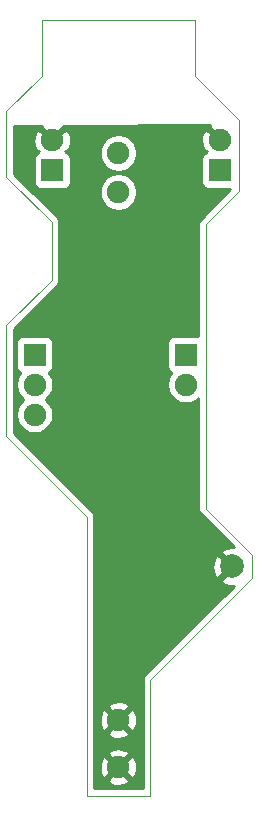
<source format=gbr>
%TF.GenerationSoftware,KiCad,Pcbnew,(5.0.0-rc3-dev)*%
%TF.CreationDate,2019-02-19T23:04:41+00:00*%
%TF.ProjectId,battery_breakout,626174746572795F627265616B6F7574,rev?*%
%TF.SameCoordinates,Original*%
%TF.FileFunction,Copper,L2,Bot,Signal*%
%TF.FilePolarity,Positive*%
%FSLAX46Y46*%
G04 Gerber Fmt 4.6, Leading zero omitted, Abs format (unit mm)*
G04 Created by KiCad (PCBNEW (5.0.0-rc3-dev)) date 02/19/19 23:04:41*
%MOMM*%
%LPD*%
G01*
G04 APERTURE LIST*
%ADD10C,0.010000*%
%ADD11C,1.900000*%
%ADD12R,1.900000X1.900000*%
%ADD13C,2.000000*%
%ADD14C,0.254000*%
G04 APERTURE END LIST*
D10*
X156600000Y-130100000D02*
X160500000Y-134000000D01*
X160500000Y-134000000D02*
X160500000Y-136000000D01*
X139700000Y-96450000D02*
X139700000Y-102000000D01*
X143550000Y-110750000D02*
X143550000Y-105850000D01*
X139700000Y-114600000D02*
X143550000Y-110750000D01*
X139700000Y-102000000D02*
X143550000Y-105850000D01*
X151900000Y-154400000D02*
X151900000Y-144600000D01*
X160500000Y-136000000D02*
X151900000Y-144600000D01*
X146500000Y-130800000D02*
X139700000Y-124000000D01*
X146500000Y-154400000D02*
X146500000Y-130800000D01*
X151900000Y-154400000D02*
X146500000Y-154400000D01*
X156600000Y-130100000D02*
X156600000Y-106050000D01*
X156600000Y-106050000D02*
X159450000Y-103200000D01*
X159450000Y-103200000D02*
X159450000Y-97200000D01*
X139700000Y-114600000D02*
X139700000Y-124000000D01*
X155700000Y-88700000D02*
X155700000Y-93450000D01*
X159450000Y-97200000D02*
X155700000Y-93450000D01*
X142700000Y-93450000D02*
X142700000Y-88700000D01*
X139700000Y-96450000D02*
X142700000Y-93450000D01*
X155700000Y-88700000D02*
X142700000Y-88700000D01*
D11*
X149200000Y-100000000D03*
X149200000Y-152000000D03*
X149200000Y-148000000D03*
X149200000Y-103300000D03*
D12*
X154900000Y-117060000D03*
D11*
X154900000Y-119600000D03*
X142100000Y-122140000D03*
X142100000Y-119600000D03*
D12*
X142100000Y-117060000D03*
D11*
X157800000Y-98930000D03*
D12*
X157800000Y-101470000D03*
X143600000Y-101470000D03*
D11*
X143600000Y-98930000D03*
D13*
X158800000Y-135000000D03*
D14*
G36*
X156879853Y-97830248D02*
X157800000Y-98750395D01*
X157814143Y-98736253D01*
X157993748Y-98915858D01*
X157979605Y-98930000D01*
X157993748Y-98944143D01*
X157814143Y-99123748D01*
X157800000Y-99109605D01*
X157785858Y-99123748D01*
X157606253Y-98944143D01*
X157620395Y-98930000D01*
X156700248Y-98009853D01*
X156440958Y-98099579D01*
X156305065Y-98380671D01*
X156226621Y-98682873D01*
X156208641Y-98994573D01*
X156251816Y-99303791D01*
X156354487Y-99598644D01*
X156440958Y-99760421D01*
X156700246Y-99850146D01*
X156626022Y-99924370D01*
X156605820Y-99930498D01*
X156495506Y-99989463D01*
X156398815Y-100068815D01*
X156319463Y-100165506D01*
X156260498Y-100275820D01*
X156224188Y-100395518D01*
X156211928Y-100520000D01*
X156211928Y-102420000D01*
X156224188Y-102544482D01*
X156260498Y-102664180D01*
X156319463Y-102774494D01*
X156398815Y-102871185D01*
X156495506Y-102950537D01*
X156605820Y-103009502D01*
X156725518Y-103045812D01*
X156850000Y-103058072D01*
X158686832Y-103058072D01*
X156169682Y-105575222D01*
X156145263Y-105595262D01*
X156065286Y-105692715D01*
X156005858Y-105803898D01*
X155969261Y-105924539D01*
X155956904Y-106050000D01*
X155960001Y-106081444D01*
X155960001Y-115482762D01*
X155850000Y-115471928D01*
X153950000Y-115471928D01*
X153825518Y-115484188D01*
X153705820Y-115520498D01*
X153595506Y-115579463D01*
X153498815Y-115658815D01*
X153419463Y-115755506D01*
X153360498Y-115865820D01*
X153324188Y-115985518D01*
X153311928Y-116110000D01*
X153311928Y-118010000D01*
X153324188Y-118134482D01*
X153360498Y-118254180D01*
X153419463Y-118364494D01*
X153498815Y-118461185D01*
X153595506Y-118540537D01*
X153675289Y-118583182D01*
X153668850Y-118589621D01*
X153495391Y-118849221D01*
X153375911Y-119137673D01*
X153315000Y-119443891D01*
X153315000Y-119756109D01*
X153375911Y-120062327D01*
X153495391Y-120350779D01*
X153668850Y-120610379D01*
X153889621Y-120831150D01*
X154149221Y-121004609D01*
X154437673Y-121124089D01*
X154743891Y-121185000D01*
X155056109Y-121185000D01*
X155362327Y-121124089D01*
X155650779Y-121004609D01*
X155910379Y-120831150D01*
X155960000Y-120781529D01*
X155960000Y-130068566D01*
X155956904Y-130100000D01*
X155960000Y-130131433D01*
X155969261Y-130225461D01*
X156005857Y-130346101D01*
X156065285Y-130457284D01*
X156145262Y-130554738D01*
X156169687Y-130574783D01*
X158966993Y-133372089D01*
X158737405Y-133358282D01*
X158418325Y-133402039D01*
X158113912Y-133507205D01*
X157939956Y-133600186D01*
X157844192Y-133864587D01*
X158800000Y-134820395D01*
X158814143Y-134806253D01*
X158993748Y-134985858D01*
X158979605Y-135000000D01*
X158993748Y-135014143D01*
X158814143Y-135193748D01*
X158800000Y-135179605D01*
X157844192Y-136135413D01*
X157939956Y-136399814D01*
X158229571Y-136540704D01*
X158541108Y-136622384D01*
X158862595Y-136641718D01*
X158967584Y-136627320D01*
X151469682Y-144125222D01*
X151445263Y-144145262D01*
X151365286Y-144242715D01*
X151305858Y-144353898D01*
X151269261Y-144474539D01*
X151256904Y-144600000D01*
X151260001Y-144631444D01*
X151260000Y-153760000D01*
X147140000Y-153760000D01*
X147140000Y-153099752D01*
X148279853Y-153099752D01*
X148369579Y-153359042D01*
X148650671Y-153494935D01*
X148952873Y-153573379D01*
X149264573Y-153591359D01*
X149573791Y-153548184D01*
X149868644Y-153445513D01*
X150030421Y-153359042D01*
X150120147Y-153099752D01*
X149200000Y-152179605D01*
X148279853Y-153099752D01*
X147140000Y-153099752D01*
X147140000Y-152064573D01*
X147608641Y-152064573D01*
X147651816Y-152373791D01*
X147754487Y-152668644D01*
X147840958Y-152830421D01*
X148100248Y-152920147D01*
X149020395Y-152000000D01*
X149379605Y-152000000D01*
X150299752Y-152920147D01*
X150559042Y-152830421D01*
X150694935Y-152549329D01*
X150773379Y-152247127D01*
X150791359Y-151935427D01*
X150748184Y-151626209D01*
X150645513Y-151331356D01*
X150559042Y-151169579D01*
X150299752Y-151079853D01*
X149379605Y-152000000D01*
X149020395Y-152000000D01*
X148100248Y-151079853D01*
X147840958Y-151169579D01*
X147705065Y-151450671D01*
X147626621Y-151752873D01*
X147608641Y-152064573D01*
X147140000Y-152064573D01*
X147140000Y-150900248D01*
X148279853Y-150900248D01*
X149200000Y-151820395D01*
X150120147Y-150900248D01*
X150030421Y-150640958D01*
X149749329Y-150505065D01*
X149447127Y-150426621D01*
X149135427Y-150408641D01*
X148826209Y-150451816D01*
X148531356Y-150554487D01*
X148369579Y-150640958D01*
X148279853Y-150900248D01*
X147140000Y-150900248D01*
X147140000Y-149099752D01*
X148279853Y-149099752D01*
X148369579Y-149359042D01*
X148650671Y-149494935D01*
X148952873Y-149573379D01*
X149264573Y-149591359D01*
X149573791Y-149548184D01*
X149868644Y-149445513D01*
X150030421Y-149359042D01*
X150120147Y-149099752D01*
X149200000Y-148179605D01*
X148279853Y-149099752D01*
X147140000Y-149099752D01*
X147140000Y-148064573D01*
X147608641Y-148064573D01*
X147651816Y-148373791D01*
X147754487Y-148668644D01*
X147840958Y-148830421D01*
X148100248Y-148920147D01*
X149020395Y-148000000D01*
X149379605Y-148000000D01*
X150299752Y-148920147D01*
X150559042Y-148830421D01*
X150694935Y-148549329D01*
X150773379Y-148247127D01*
X150791359Y-147935427D01*
X150748184Y-147626209D01*
X150645513Y-147331356D01*
X150559042Y-147169579D01*
X150299752Y-147079853D01*
X149379605Y-148000000D01*
X149020395Y-148000000D01*
X148100248Y-147079853D01*
X147840958Y-147169579D01*
X147705065Y-147450671D01*
X147626621Y-147752873D01*
X147608641Y-148064573D01*
X147140000Y-148064573D01*
X147140000Y-146900248D01*
X148279853Y-146900248D01*
X149200000Y-147820395D01*
X150120147Y-146900248D01*
X150030421Y-146640958D01*
X149749329Y-146505065D01*
X149447127Y-146426621D01*
X149135427Y-146408641D01*
X148826209Y-146451816D01*
X148531356Y-146554487D01*
X148369579Y-146640958D01*
X148279853Y-146900248D01*
X147140000Y-146900248D01*
X147140000Y-135062595D01*
X157158282Y-135062595D01*
X157202039Y-135381675D01*
X157307205Y-135686088D01*
X157400186Y-135860044D01*
X157664587Y-135955808D01*
X158620395Y-135000000D01*
X157664587Y-134044192D01*
X157400186Y-134139956D01*
X157259296Y-134429571D01*
X157177616Y-134741108D01*
X157158282Y-135062595D01*
X147140000Y-135062595D01*
X147140000Y-130831433D01*
X147143096Y-130799999D01*
X147130739Y-130674537D01*
X147118659Y-130634715D01*
X147094143Y-130553898D01*
X147034715Y-130442715D01*
X146954738Y-130345262D01*
X146930319Y-130325222D01*
X140340000Y-123734904D01*
X140340000Y-116110000D01*
X140511928Y-116110000D01*
X140511928Y-118010000D01*
X140524188Y-118134482D01*
X140560498Y-118254180D01*
X140619463Y-118364494D01*
X140698815Y-118461185D01*
X140795506Y-118540537D01*
X140875289Y-118583182D01*
X140868850Y-118589621D01*
X140695391Y-118849221D01*
X140575911Y-119137673D01*
X140515000Y-119443891D01*
X140515000Y-119756109D01*
X140575911Y-120062327D01*
X140695391Y-120350779D01*
X140868850Y-120610379D01*
X141089621Y-120831150D01*
X141147764Y-120870000D01*
X141089621Y-120908850D01*
X140868850Y-121129621D01*
X140695391Y-121389221D01*
X140575911Y-121677673D01*
X140515000Y-121983891D01*
X140515000Y-122296109D01*
X140575911Y-122602327D01*
X140695391Y-122890779D01*
X140868850Y-123150379D01*
X141089621Y-123371150D01*
X141349221Y-123544609D01*
X141637673Y-123664089D01*
X141943891Y-123725000D01*
X142256109Y-123725000D01*
X142562327Y-123664089D01*
X142850779Y-123544609D01*
X143110379Y-123371150D01*
X143331150Y-123150379D01*
X143504609Y-122890779D01*
X143624089Y-122602327D01*
X143685000Y-122296109D01*
X143685000Y-121983891D01*
X143624089Y-121677673D01*
X143504609Y-121389221D01*
X143331150Y-121129621D01*
X143110379Y-120908850D01*
X143052236Y-120870000D01*
X143110379Y-120831150D01*
X143331150Y-120610379D01*
X143504609Y-120350779D01*
X143624089Y-120062327D01*
X143685000Y-119756109D01*
X143685000Y-119443891D01*
X143624089Y-119137673D01*
X143504609Y-118849221D01*
X143331150Y-118589621D01*
X143324711Y-118583182D01*
X143404494Y-118540537D01*
X143501185Y-118461185D01*
X143580537Y-118364494D01*
X143639502Y-118254180D01*
X143675812Y-118134482D01*
X143688072Y-118010000D01*
X143688072Y-116110000D01*
X143675812Y-115985518D01*
X143639502Y-115865820D01*
X143580537Y-115755506D01*
X143501185Y-115658815D01*
X143404494Y-115579463D01*
X143294180Y-115520498D01*
X143174482Y-115484188D01*
X143050000Y-115471928D01*
X141150000Y-115471928D01*
X141025518Y-115484188D01*
X140905820Y-115520498D01*
X140795506Y-115579463D01*
X140698815Y-115658815D01*
X140619463Y-115755506D01*
X140560498Y-115865820D01*
X140524188Y-115985518D01*
X140511928Y-116110000D01*
X140340000Y-116110000D01*
X140340000Y-114865096D01*
X143980320Y-111224777D01*
X144004738Y-111204738D01*
X144084715Y-111107285D01*
X144144143Y-110996102D01*
X144180739Y-110875462D01*
X144190000Y-110781434D01*
X144190000Y-110781433D01*
X144193096Y-110750001D01*
X144190000Y-110718567D01*
X144190000Y-105881433D01*
X144193096Y-105849999D01*
X144180739Y-105724537D01*
X144148930Y-105619679D01*
X144144143Y-105603898D01*
X144084715Y-105492715D01*
X144004738Y-105395262D01*
X143980319Y-105375222D01*
X141748988Y-103143891D01*
X147615000Y-103143891D01*
X147615000Y-103456109D01*
X147675911Y-103762327D01*
X147795391Y-104050779D01*
X147968850Y-104310379D01*
X148189621Y-104531150D01*
X148449221Y-104704609D01*
X148737673Y-104824089D01*
X149043891Y-104885000D01*
X149356109Y-104885000D01*
X149662327Y-104824089D01*
X149950779Y-104704609D01*
X150210379Y-104531150D01*
X150431150Y-104310379D01*
X150604609Y-104050779D01*
X150724089Y-103762327D01*
X150785000Y-103456109D01*
X150785000Y-103143891D01*
X150724089Y-102837673D01*
X150604609Y-102549221D01*
X150431150Y-102289621D01*
X150210379Y-102068850D01*
X149950779Y-101895391D01*
X149662327Y-101775911D01*
X149356109Y-101715000D01*
X149043891Y-101715000D01*
X148737673Y-101775911D01*
X148449221Y-101895391D01*
X148189621Y-102068850D01*
X147968850Y-102289621D01*
X147795391Y-102549221D01*
X147675911Y-102837673D01*
X147615000Y-103143891D01*
X141748988Y-103143891D01*
X140340000Y-101734904D01*
X140340000Y-98994573D01*
X142008641Y-98994573D01*
X142051816Y-99303791D01*
X142154487Y-99598644D01*
X142240958Y-99760421D01*
X142500246Y-99850146D01*
X142426022Y-99924370D01*
X142405820Y-99930498D01*
X142295506Y-99989463D01*
X142198815Y-100068815D01*
X142119463Y-100165506D01*
X142060498Y-100275820D01*
X142024188Y-100395518D01*
X142011928Y-100520000D01*
X142011928Y-102420000D01*
X142024188Y-102544482D01*
X142060498Y-102664180D01*
X142119463Y-102774494D01*
X142198815Y-102871185D01*
X142295506Y-102950537D01*
X142405820Y-103009502D01*
X142525518Y-103045812D01*
X142650000Y-103058072D01*
X144550000Y-103058072D01*
X144674482Y-103045812D01*
X144794180Y-103009502D01*
X144904494Y-102950537D01*
X145001185Y-102871185D01*
X145080537Y-102774494D01*
X145139502Y-102664180D01*
X145175812Y-102544482D01*
X145188072Y-102420000D01*
X145188072Y-100520000D01*
X145175812Y-100395518D01*
X145139502Y-100275820D01*
X145080537Y-100165506D01*
X145001185Y-100068815D01*
X144904494Y-99989463D01*
X144794180Y-99930498D01*
X144773978Y-99924370D01*
X144699754Y-99850146D01*
X144717829Y-99843891D01*
X147615000Y-99843891D01*
X147615000Y-100156109D01*
X147675911Y-100462327D01*
X147795391Y-100750779D01*
X147968850Y-101010379D01*
X148189621Y-101231150D01*
X148449221Y-101404609D01*
X148737673Y-101524089D01*
X149043891Y-101585000D01*
X149356109Y-101585000D01*
X149662327Y-101524089D01*
X149950779Y-101404609D01*
X150210379Y-101231150D01*
X150431150Y-101010379D01*
X150604609Y-100750779D01*
X150724089Y-100462327D01*
X150785000Y-100156109D01*
X150785000Y-99843891D01*
X150724089Y-99537673D01*
X150604609Y-99249221D01*
X150431150Y-98989621D01*
X150210379Y-98768850D01*
X149950779Y-98595391D01*
X149662327Y-98475911D01*
X149356109Y-98415000D01*
X149043891Y-98415000D01*
X148737673Y-98475911D01*
X148449221Y-98595391D01*
X148189621Y-98768850D01*
X147968850Y-98989621D01*
X147795391Y-99249221D01*
X147675911Y-99537673D01*
X147615000Y-99843891D01*
X144717829Y-99843891D01*
X144959042Y-99760421D01*
X145094935Y-99479329D01*
X145173379Y-99177127D01*
X145191359Y-98865427D01*
X145148184Y-98556209D01*
X145045513Y-98261356D01*
X144959042Y-98099579D01*
X144699752Y-98009853D01*
X143779605Y-98930000D01*
X143793748Y-98944143D01*
X143614143Y-99123748D01*
X143600000Y-99109605D01*
X143585858Y-99123748D01*
X143406253Y-98944143D01*
X143420395Y-98930000D01*
X142500248Y-98009853D01*
X142240958Y-98099579D01*
X142105065Y-98380671D01*
X142026621Y-98682873D01*
X142008641Y-98994573D01*
X140340000Y-98994573D01*
X140340000Y-97723110D01*
X142722874Y-97705925D01*
X142679853Y-97830248D01*
X143600000Y-98750395D01*
X144520147Y-97830248D01*
X144472759Y-97693306D01*
X156958399Y-97603265D01*
X156879853Y-97830248D01*
X156879853Y-97830248D01*
G37*
X156879853Y-97830248D02*
X157800000Y-98750395D01*
X157814143Y-98736253D01*
X157993748Y-98915858D01*
X157979605Y-98930000D01*
X157993748Y-98944143D01*
X157814143Y-99123748D01*
X157800000Y-99109605D01*
X157785858Y-99123748D01*
X157606253Y-98944143D01*
X157620395Y-98930000D01*
X156700248Y-98009853D01*
X156440958Y-98099579D01*
X156305065Y-98380671D01*
X156226621Y-98682873D01*
X156208641Y-98994573D01*
X156251816Y-99303791D01*
X156354487Y-99598644D01*
X156440958Y-99760421D01*
X156700246Y-99850146D01*
X156626022Y-99924370D01*
X156605820Y-99930498D01*
X156495506Y-99989463D01*
X156398815Y-100068815D01*
X156319463Y-100165506D01*
X156260498Y-100275820D01*
X156224188Y-100395518D01*
X156211928Y-100520000D01*
X156211928Y-102420000D01*
X156224188Y-102544482D01*
X156260498Y-102664180D01*
X156319463Y-102774494D01*
X156398815Y-102871185D01*
X156495506Y-102950537D01*
X156605820Y-103009502D01*
X156725518Y-103045812D01*
X156850000Y-103058072D01*
X158686832Y-103058072D01*
X156169682Y-105575222D01*
X156145263Y-105595262D01*
X156065286Y-105692715D01*
X156005858Y-105803898D01*
X155969261Y-105924539D01*
X155956904Y-106050000D01*
X155960001Y-106081444D01*
X155960001Y-115482762D01*
X155850000Y-115471928D01*
X153950000Y-115471928D01*
X153825518Y-115484188D01*
X153705820Y-115520498D01*
X153595506Y-115579463D01*
X153498815Y-115658815D01*
X153419463Y-115755506D01*
X153360498Y-115865820D01*
X153324188Y-115985518D01*
X153311928Y-116110000D01*
X153311928Y-118010000D01*
X153324188Y-118134482D01*
X153360498Y-118254180D01*
X153419463Y-118364494D01*
X153498815Y-118461185D01*
X153595506Y-118540537D01*
X153675289Y-118583182D01*
X153668850Y-118589621D01*
X153495391Y-118849221D01*
X153375911Y-119137673D01*
X153315000Y-119443891D01*
X153315000Y-119756109D01*
X153375911Y-120062327D01*
X153495391Y-120350779D01*
X153668850Y-120610379D01*
X153889621Y-120831150D01*
X154149221Y-121004609D01*
X154437673Y-121124089D01*
X154743891Y-121185000D01*
X155056109Y-121185000D01*
X155362327Y-121124089D01*
X155650779Y-121004609D01*
X155910379Y-120831150D01*
X155960000Y-120781529D01*
X155960000Y-130068566D01*
X155956904Y-130100000D01*
X155960000Y-130131433D01*
X155969261Y-130225461D01*
X156005857Y-130346101D01*
X156065285Y-130457284D01*
X156145262Y-130554738D01*
X156169687Y-130574783D01*
X158966993Y-133372089D01*
X158737405Y-133358282D01*
X158418325Y-133402039D01*
X158113912Y-133507205D01*
X157939956Y-133600186D01*
X157844192Y-133864587D01*
X158800000Y-134820395D01*
X158814143Y-134806253D01*
X158993748Y-134985858D01*
X158979605Y-135000000D01*
X158993748Y-135014143D01*
X158814143Y-135193748D01*
X158800000Y-135179605D01*
X157844192Y-136135413D01*
X157939956Y-136399814D01*
X158229571Y-136540704D01*
X158541108Y-136622384D01*
X158862595Y-136641718D01*
X158967584Y-136627320D01*
X151469682Y-144125222D01*
X151445263Y-144145262D01*
X151365286Y-144242715D01*
X151305858Y-144353898D01*
X151269261Y-144474539D01*
X151256904Y-144600000D01*
X151260001Y-144631444D01*
X151260000Y-153760000D01*
X147140000Y-153760000D01*
X147140000Y-153099752D01*
X148279853Y-153099752D01*
X148369579Y-153359042D01*
X148650671Y-153494935D01*
X148952873Y-153573379D01*
X149264573Y-153591359D01*
X149573791Y-153548184D01*
X149868644Y-153445513D01*
X150030421Y-153359042D01*
X150120147Y-153099752D01*
X149200000Y-152179605D01*
X148279853Y-153099752D01*
X147140000Y-153099752D01*
X147140000Y-152064573D01*
X147608641Y-152064573D01*
X147651816Y-152373791D01*
X147754487Y-152668644D01*
X147840958Y-152830421D01*
X148100248Y-152920147D01*
X149020395Y-152000000D01*
X149379605Y-152000000D01*
X150299752Y-152920147D01*
X150559042Y-152830421D01*
X150694935Y-152549329D01*
X150773379Y-152247127D01*
X150791359Y-151935427D01*
X150748184Y-151626209D01*
X150645513Y-151331356D01*
X150559042Y-151169579D01*
X150299752Y-151079853D01*
X149379605Y-152000000D01*
X149020395Y-152000000D01*
X148100248Y-151079853D01*
X147840958Y-151169579D01*
X147705065Y-151450671D01*
X147626621Y-151752873D01*
X147608641Y-152064573D01*
X147140000Y-152064573D01*
X147140000Y-150900248D01*
X148279853Y-150900248D01*
X149200000Y-151820395D01*
X150120147Y-150900248D01*
X150030421Y-150640958D01*
X149749329Y-150505065D01*
X149447127Y-150426621D01*
X149135427Y-150408641D01*
X148826209Y-150451816D01*
X148531356Y-150554487D01*
X148369579Y-150640958D01*
X148279853Y-150900248D01*
X147140000Y-150900248D01*
X147140000Y-149099752D01*
X148279853Y-149099752D01*
X148369579Y-149359042D01*
X148650671Y-149494935D01*
X148952873Y-149573379D01*
X149264573Y-149591359D01*
X149573791Y-149548184D01*
X149868644Y-149445513D01*
X150030421Y-149359042D01*
X150120147Y-149099752D01*
X149200000Y-148179605D01*
X148279853Y-149099752D01*
X147140000Y-149099752D01*
X147140000Y-148064573D01*
X147608641Y-148064573D01*
X147651816Y-148373791D01*
X147754487Y-148668644D01*
X147840958Y-148830421D01*
X148100248Y-148920147D01*
X149020395Y-148000000D01*
X149379605Y-148000000D01*
X150299752Y-148920147D01*
X150559042Y-148830421D01*
X150694935Y-148549329D01*
X150773379Y-148247127D01*
X150791359Y-147935427D01*
X150748184Y-147626209D01*
X150645513Y-147331356D01*
X150559042Y-147169579D01*
X150299752Y-147079853D01*
X149379605Y-148000000D01*
X149020395Y-148000000D01*
X148100248Y-147079853D01*
X147840958Y-147169579D01*
X147705065Y-147450671D01*
X147626621Y-147752873D01*
X147608641Y-148064573D01*
X147140000Y-148064573D01*
X147140000Y-146900248D01*
X148279853Y-146900248D01*
X149200000Y-147820395D01*
X150120147Y-146900248D01*
X150030421Y-146640958D01*
X149749329Y-146505065D01*
X149447127Y-146426621D01*
X149135427Y-146408641D01*
X148826209Y-146451816D01*
X148531356Y-146554487D01*
X148369579Y-146640958D01*
X148279853Y-146900248D01*
X147140000Y-146900248D01*
X147140000Y-135062595D01*
X157158282Y-135062595D01*
X157202039Y-135381675D01*
X157307205Y-135686088D01*
X157400186Y-135860044D01*
X157664587Y-135955808D01*
X158620395Y-135000000D01*
X157664587Y-134044192D01*
X157400186Y-134139956D01*
X157259296Y-134429571D01*
X157177616Y-134741108D01*
X157158282Y-135062595D01*
X147140000Y-135062595D01*
X147140000Y-130831433D01*
X147143096Y-130799999D01*
X147130739Y-130674537D01*
X147118659Y-130634715D01*
X147094143Y-130553898D01*
X147034715Y-130442715D01*
X146954738Y-130345262D01*
X146930319Y-130325222D01*
X140340000Y-123734904D01*
X140340000Y-116110000D01*
X140511928Y-116110000D01*
X140511928Y-118010000D01*
X140524188Y-118134482D01*
X140560498Y-118254180D01*
X140619463Y-118364494D01*
X140698815Y-118461185D01*
X140795506Y-118540537D01*
X140875289Y-118583182D01*
X140868850Y-118589621D01*
X140695391Y-118849221D01*
X140575911Y-119137673D01*
X140515000Y-119443891D01*
X140515000Y-119756109D01*
X140575911Y-120062327D01*
X140695391Y-120350779D01*
X140868850Y-120610379D01*
X141089621Y-120831150D01*
X141147764Y-120870000D01*
X141089621Y-120908850D01*
X140868850Y-121129621D01*
X140695391Y-121389221D01*
X140575911Y-121677673D01*
X140515000Y-121983891D01*
X140515000Y-122296109D01*
X140575911Y-122602327D01*
X140695391Y-122890779D01*
X140868850Y-123150379D01*
X141089621Y-123371150D01*
X141349221Y-123544609D01*
X141637673Y-123664089D01*
X141943891Y-123725000D01*
X142256109Y-123725000D01*
X142562327Y-123664089D01*
X142850779Y-123544609D01*
X143110379Y-123371150D01*
X143331150Y-123150379D01*
X143504609Y-122890779D01*
X143624089Y-122602327D01*
X143685000Y-122296109D01*
X143685000Y-121983891D01*
X143624089Y-121677673D01*
X143504609Y-121389221D01*
X143331150Y-121129621D01*
X143110379Y-120908850D01*
X143052236Y-120870000D01*
X143110379Y-120831150D01*
X143331150Y-120610379D01*
X143504609Y-120350779D01*
X143624089Y-120062327D01*
X143685000Y-119756109D01*
X143685000Y-119443891D01*
X143624089Y-119137673D01*
X143504609Y-118849221D01*
X143331150Y-118589621D01*
X143324711Y-118583182D01*
X143404494Y-118540537D01*
X143501185Y-118461185D01*
X143580537Y-118364494D01*
X143639502Y-118254180D01*
X143675812Y-118134482D01*
X143688072Y-118010000D01*
X143688072Y-116110000D01*
X143675812Y-115985518D01*
X143639502Y-115865820D01*
X143580537Y-115755506D01*
X143501185Y-115658815D01*
X143404494Y-115579463D01*
X143294180Y-115520498D01*
X143174482Y-115484188D01*
X143050000Y-115471928D01*
X141150000Y-115471928D01*
X141025518Y-115484188D01*
X140905820Y-115520498D01*
X140795506Y-115579463D01*
X140698815Y-115658815D01*
X140619463Y-115755506D01*
X140560498Y-115865820D01*
X140524188Y-115985518D01*
X140511928Y-116110000D01*
X140340000Y-116110000D01*
X140340000Y-114865096D01*
X143980320Y-111224777D01*
X144004738Y-111204738D01*
X144084715Y-111107285D01*
X144144143Y-110996102D01*
X144180739Y-110875462D01*
X144190000Y-110781434D01*
X144190000Y-110781433D01*
X144193096Y-110750001D01*
X144190000Y-110718567D01*
X144190000Y-105881433D01*
X144193096Y-105849999D01*
X144180739Y-105724537D01*
X144148930Y-105619679D01*
X144144143Y-105603898D01*
X144084715Y-105492715D01*
X144004738Y-105395262D01*
X143980319Y-105375222D01*
X141748988Y-103143891D01*
X147615000Y-103143891D01*
X147615000Y-103456109D01*
X147675911Y-103762327D01*
X147795391Y-104050779D01*
X147968850Y-104310379D01*
X148189621Y-104531150D01*
X148449221Y-104704609D01*
X148737673Y-104824089D01*
X149043891Y-104885000D01*
X149356109Y-104885000D01*
X149662327Y-104824089D01*
X149950779Y-104704609D01*
X150210379Y-104531150D01*
X150431150Y-104310379D01*
X150604609Y-104050779D01*
X150724089Y-103762327D01*
X150785000Y-103456109D01*
X150785000Y-103143891D01*
X150724089Y-102837673D01*
X150604609Y-102549221D01*
X150431150Y-102289621D01*
X150210379Y-102068850D01*
X149950779Y-101895391D01*
X149662327Y-101775911D01*
X149356109Y-101715000D01*
X149043891Y-101715000D01*
X148737673Y-101775911D01*
X148449221Y-101895391D01*
X148189621Y-102068850D01*
X147968850Y-102289621D01*
X147795391Y-102549221D01*
X147675911Y-102837673D01*
X147615000Y-103143891D01*
X141748988Y-103143891D01*
X140340000Y-101734904D01*
X140340000Y-98994573D01*
X142008641Y-98994573D01*
X142051816Y-99303791D01*
X142154487Y-99598644D01*
X142240958Y-99760421D01*
X142500246Y-99850146D01*
X142426022Y-99924370D01*
X142405820Y-99930498D01*
X142295506Y-99989463D01*
X142198815Y-100068815D01*
X142119463Y-100165506D01*
X142060498Y-100275820D01*
X142024188Y-100395518D01*
X142011928Y-100520000D01*
X142011928Y-102420000D01*
X142024188Y-102544482D01*
X142060498Y-102664180D01*
X142119463Y-102774494D01*
X142198815Y-102871185D01*
X142295506Y-102950537D01*
X142405820Y-103009502D01*
X142525518Y-103045812D01*
X142650000Y-103058072D01*
X144550000Y-103058072D01*
X144674482Y-103045812D01*
X144794180Y-103009502D01*
X144904494Y-102950537D01*
X145001185Y-102871185D01*
X145080537Y-102774494D01*
X145139502Y-102664180D01*
X145175812Y-102544482D01*
X145188072Y-102420000D01*
X145188072Y-100520000D01*
X145175812Y-100395518D01*
X145139502Y-100275820D01*
X145080537Y-100165506D01*
X145001185Y-100068815D01*
X144904494Y-99989463D01*
X144794180Y-99930498D01*
X144773978Y-99924370D01*
X144699754Y-99850146D01*
X144717829Y-99843891D01*
X147615000Y-99843891D01*
X147615000Y-100156109D01*
X147675911Y-100462327D01*
X147795391Y-100750779D01*
X147968850Y-101010379D01*
X148189621Y-101231150D01*
X148449221Y-101404609D01*
X148737673Y-101524089D01*
X149043891Y-101585000D01*
X149356109Y-101585000D01*
X149662327Y-101524089D01*
X149950779Y-101404609D01*
X150210379Y-101231150D01*
X150431150Y-101010379D01*
X150604609Y-100750779D01*
X150724089Y-100462327D01*
X150785000Y-100156109D01*
X150785000Y-99843891D01*
X150724089Y-99537673D01*
X150604609Y-99249221D01*
X150431150Y-98989621D01*
X150210379Y-98768850D01*
X149950779Y-98595391D01*
X149662327Y-98475911D01*
X149356109Y-98415000D01*
X149043891Y-98415000D01*
X148737673Y-98475911D01*
X148449221Y-98595391D01*
X148189621Y-98768850D01*
X147968850Y-98989621D01*
X147795391Y-99249221D01*
X147675911Y-99537673D01*
X147615000Y-99843891D01*
X144717829Y-99843891D01*
X144959042Y-99760421D01*
X145094935Y-99479329D01*
X145173379Y-99177127D01*
X145191359Y-98865427D01*
X145148184Y-98556209D01*
X145045513Y-98261356D01*
X144959042Y-98099579D01*
X144699752Y-98009853D01*
X143779605Y-98930000D01*
X143793748Y-98944143D01*
X143614143Y-99123748D01*
X143600000Y-99109605D01*
X143585858Y-99123748D01*
X143406253Y-98944143D01*
X143420395Y-98930000D01*
X142500248Y-98009853D01*
X142240958Y-98099579D01*
X142105065Y-98380671D01*
X142026621Y-98682873D01*
X142008641Y-98994573D01*
X140340000Y-98994573D01*
X140340000Y-97723110D01*
X142722874Y-97705925D01*
X142679853Y-97830248D01*
X143600000Y-98750395D01*
X144520147Y-97830248D01*
X144472759Y-97693306D01*
X156958399Y-97603265D01*
X156879853Y-97830248D01*
M02*

</source>
